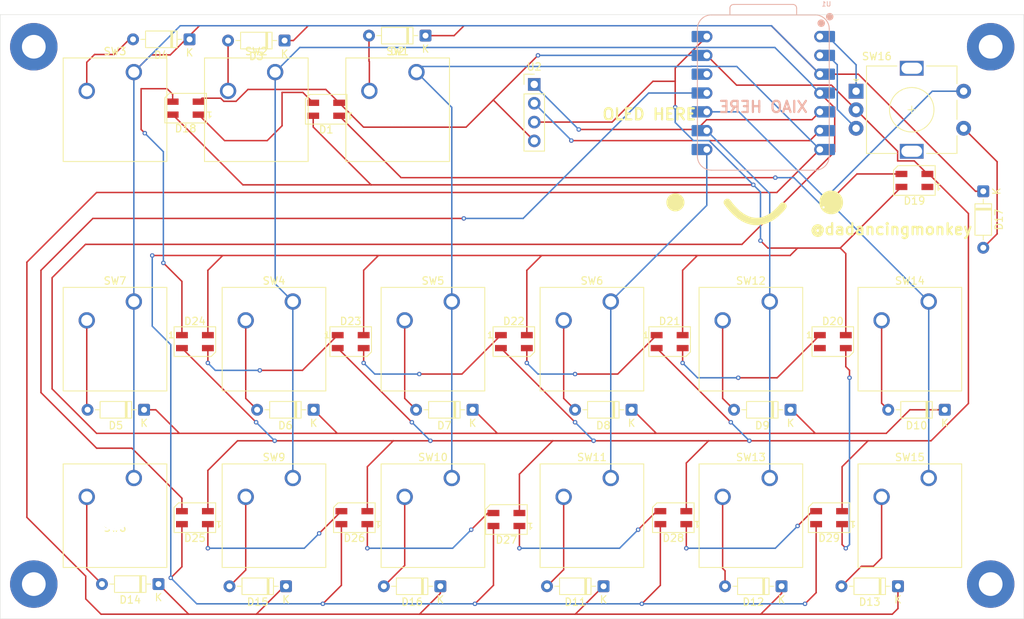
<source format=kicad_pcb>
(kicad_pcb (version 20241229) (generator "pcbnew") (generator_version "9.0")
  (layers (0 "F.Cu" signal) (2 "B.Cu" signal) (13 "F.Paste" user) (15 "B.Paste" user) (5 "F.SilkS" user "F.Silkscreen") (7 "B.SilkS" user "B.Silkscreen") (1 "F.Mask" user) (3 "B.Mask" user) (25 "Edge.Cuts" user))
  (net 0 "")
  (net 1 "Net-(D1-DOUT)")
  (net 2 "VCC")
  (net 3 "Net-(D1-DIN)")
  (net 4 "GND")
  (net 5 "col1")
  (net 6 "Net-(D2-A)")
  (net 7 "Net-(D3-A)")
  (net 8 "Net-(D4-A)")
  (net 9 "col2")
  (net 10 "Net-(D5-A)")
  (net 11 "Net-(D6-A)")
  (net 12 "Net-(D7-A)")
  (net 13 "Net-(D8-A)")
  (net 14 "Net-(D9-A)")
  (net 15 "Net-(D10-A)")
  (net 16 "Net-(D11-A)")
  (net 17 "col3")
  (net 18 "Net-(D12-A)")
  (net 19 "Net-(D13-A)")
  (net 20 "Net-(D14-A)")
  (net 21 "Net-(D15-A)")
  (net 22 "Net-(D16-A)")
  (net 23 "Net-(D17-A)")
  (net 24 "Net-(D18-DIN)")
  (net 26 "Net-(D20-DIN)")
  (net 27 "Net-(D20-DOUT)")
  (net 28 "Net-(D21-DOUT)")
  (net 29 "Net-(D22-DOUT)")
  (net 30 "Net-(D23-DOUT)")
  (net 31 "Net-(D25-DOUT)")
  (net 32 "led")
  (net 33 "Net-(D26-DOUT)")
  (net 34 "Net-(D27-DOUT)")
  (net 35 "Net-(D28-DOUT)")
  (net 36 "col4")
  (net 37 "col5")
  (net 38 "col6")
  (net 39 "rotB")
  (net 40 "rotA")
  (net 43 "SCL")
  (net 44 "SDA")
  (footprint "Button_Switch_Keyboard:SW_Cherry_MX_1.00u_PCB" (layer "F.Cu") (at 155.78375 116.68875)
    (property "Reference" "SW11")
    (property "Value" "SW_Push")
  )
  (footprint "LED_SMD:LED_SK6812MINI_PLCC4_3.5x3.5mm_P1.75mm" (layer "F.Cu") (at 163.71875 98.2875)
    (property "Reference" "D21")
    (property "Value" "SK6812MINI")
  )
  (footprint "Button_Switch_Keyboard:SW_Cherry_MX_1.00u_PCB" (layer "F.Cu") (at 112.92125 92.87625)
    (property "Reference" "SW4")
    (property "Value" "SW_Push")
  )
  (footprint "Button_Switch_Keyboard:SW_Cherry_MX_1.00u_PCB" (layer "F.Cu") (at 134.3525 92.87625)
    (property "Reference" "SW5")
    (property "Value" "SW_Push")
  )
  (footprint "LED_SMD:LED_SK6812MINI_PLCC4_3.5x3.5mm_P1.75mm" (layer "F.Cu") (at 164.21875 122.0375 180)
    (property "Reference" "D28")
    (property "Value" "SK6812MINI")
  )
  (footprint "Diode_THT:D_DO-35_SOD27_P7.62mm_Horizontal" (layer "F.Cu") (at 194.5 131.29375 180)
    (property "Reference" "D13")
    (property "Value" "1N4148WT")
  )
  (footprint "LED_SMD:LED_SK6812MINI_PLCC4_3.5x3.5mm_P1.75mm" (layer "F.Cu") (at 121.21875 122.0375 180)
    (property "Reference" "D26")
    (property "Value" "SK6812MINI")
  )
  (footprint "Button_Switch_Keyboard:SW_Cherry_MX_1.00u_PCB" (layer "F.Cu") (at 129.59 61.92)
    (property "Reference" "SW1")
    (property "Value" "SW_Push")
  )
  (footprint "LED_SMD:LED_SK6812MINI_PLCC4_3.5x3.5mm_P1.75mm" (layer "F.Cu") (at 185.21875 122.0375 180)
    (property "Reference" "D29")
    (property "Value" "SK6812MINI")
  )
  (footprint "Diode_THT:D_DO-35_SOD27_P7.62mm_Horizontal" (layer "F.Cu") (at 115.72875 107.48125 180)
    (property "Reference" "D6")
    (property "Value" "1N4148WT")
  )
  (footprint "Button_Switch_Keyboard:SW_Cherry_MX_1.00u_PCB" (layer "F.Cu") (at 91.49 116.68875)
    (property "Reference" "SW8")
    (property "Value" "SW_Push")
  )
  (footprint "Button_Switch_Keyboard:SW_Cherry_MX_1.00u_PCB" (layer "F.Cu") (at 110.54 61.92)
    (property "Reference" "SW2")
    (property "Value" "SW_Push")
  )
  (footprint "Button_Switch_Keyboard:SW_Cherry_MX_1.00u_PCB" (layer "F.Cu") (at 91.49 61.92)
    (property "Reference" "SW3")
    (property "Value" "SW_Push")
  )
  (footprint "Button_Switch_Keyboard:SW_Cherry_MX_1.00u_PCB" (layer "F.Cu") (at 112.92125 116.68875)
    (property "Reference" "SW9")
    (property "Value" "SW_Push")
  )
  (footprint "Diode_THT:D_DO-35_SOD27_P7.62mm_Horizontal" (layer "F.Cu") (at 200.81 107.48125 180)
    (property "Reference" "D10")
    (property "Value" "1N4148WT")
  )
  (footprint "Diode_THT:D_DO-35_SOD27_P7.62mm_Horizontal" (layer "F.Cu") (at 178.81 131.29375 180)
    (property "Reference" "D12")
    (property "Value" "1N4148WT")
  )
  (footprint "" (layer "F.Cu") (at 207 58.5)
    (property "Reference" "")
    (property "Value" "")
  )
  (footprint "Diode_THT:D_DO-35_SOD27_P7.62mm_Horizontal" (layer "F.Cu") (at 94.81 131 180)
    (property "Reference" "D14")
    (property "Value" "1N4148WT")
  )
  (footprint "Diode_THT:D_DO-35_SOD27_P7.62mm_Horizontal" (layer "F.Cu") (at 132.81 131.29375 180)
    (property "Reference" "D16")
    (property "Value" "1N4148WT")
  )
  (footprint "Button_Switch_Keyboard:SW_Cherry_MX_1.00u_PCB" (layer "F.Cu") (at 198.64625 92.87625)
    (property "Reference" "SW14")
    (property "Value" "SW_Push")
  )
  (footprint "LED_SMD:LED_SK6812MINI_PLCC4_3.5x3.5mm_P1.75mm" (layer "F.Cu") (at 99.71875 98.2875)
    (property "Reference" "D24")
    (property "Value" "SK6812MINI")
  )
  (footprint "LED_SMD:LED_SK6812MINI_PLCC4_3.5x3.5mm_P1.75mm" (layer "F.Cu") (at 117.41875 66.9375 180)
    (property "Reference" "D1")
    (property "Value" "SK6812MINI")
  )
  (footprint "Diode_THT:D_DO-35_SOD27_P7.62mm_Horizontal" (layer "F.Cu") (at 130.81 57 180)
    (property "Reference" "D2")
    (property "Value" "1N4148WT")
  )
  (footprint "Diode_THT:D_DO-35_SOD27_P7.62mm_Horizontal" (layer "F.Cu") (at 112 131.29375 180)
    (property "Reference" "D15")
    (property "Value" "1N4148WT")
  )
  (footprint "Connector_PinHeader_2.54mm:PinHeader_1x04_P2.54mm_Vertical" (layer "F.Cu") (at 145.46875 63.5825)
    (property "Reference" "U2")
    (property "Value" "~")
  )
  (footprint "LED_SMD:LED_SK6812MINI_PLCC4_3.5x3.5mm_P1.75mm" (layer "F.Cu") (at 142.71875 98.2875)
    (property "Reference" "D22")
    (property "Value" "SK6812MINI")
  )
  (footprint "LED_SMD:LED_SK6812MINI_PLCC4_3.5x3.5mm_P1.75mm" (layer "F.Cu") (at 98.46875 66.7875 180)
    (property "Reference" "D18")
    (property "Value" "SK6812MINI")
  )
  (footprint "LED_SMD:LED_SK6812MINI_PLCC4_3.5x3.5mm_P1.75mm" (layer "F.Cu") (at 196.71875 76.5375 180)
    (property "Reference" "D19")
    (property "Value" "SK6812MINI")
  )
  (footprint "LED_SMD:LED_SK6812MINI_PLCC4_3.5x3.5mm_P1.75mm" (layer "F.Cu") (at 99.71875 122.0375 180)
    (property "Reference" "D25")
    (property "Value" "SK6812MINI")
  )
  (footprint "Diode_THT:D_DO-35_SOD27_P7.62mm_Horizontal" (layer "F.Cu") (at 92.86875 107.48125 180)
    (property "Reference" "D5")
    (property "Value" "1N4148WT")
  )
  (footprint "Button_Switch_Keyboard:SW_Cherry_MX_1.00u_PCB" (layer "F.Cu") (at 198.64625 116.68875)
    (property "Reference" "SW15")
    (property "Value" "SW_Push")
  )
  (footprint "Rotary_Encoder:RotaryEncoder_Alps_EC11E-Switch_Vertical_H20mm" (layer "F.Cu") (at 188.85625 64.5)
    (property "Reference" "SW16")
    (property "Value" "RotaryEncoder_Switch")
  )
  (footprint "Button_Switch_Keyboard:SW_Cherry_MX_1.00u_PCB" (layer "F.Cu") (at 91.49 92.87625)
    (property "Reference" "SW7")
    (property "Value" "SW_Push")
  )
  (footprint "LED_SMD:LED_SK6812MINI_PLCC4_3.5x3.5mm_P1.75mm" (layer "F.Cu") (at 120.71875 98.2875)
    (property "Reference" "D23")
    (property "Value" "SK6812MINI")
  )
  (footprint "Diode_THT:D_DO-35_SOD27_P7.62mm_Horizontal" (layer "F.Cu") (at 206 78 -90)
    (property "Reference" "D17")
    (property "Value" "1N4148WT")
  )
  (footprint "Button_Switch_Keyboard:SW_Cherry_MX_1.00u_PCB" (layer "F.Cu") (at 177.215 92.87625)
    (property "Reference" "SW12")
    (property "Value" "SW_Push")
  )
  (footprint "Button_Switch_Keyboard:SW_Cherry_MX_1.00u_PCB" (layer "F.Cu") (at 177.215 116.68875)
    (property "Reference" "SW13")
    (property "Value" "SW_Push")
  )
  (footprint "" (layer "F.Cu") (at 78 58.5)
    (property "Reference" "")
    (property "Value" "")
  )
  (footprint "LED_SMD:LED_SK6812MINI_PLCC4_3.5x3.5mm_P1.75mm" (layer "F.Cu") (at 185.71875 98.2875)
    (property "Reference" "D20")
    (property "Value" "SK6812MINI")
  )
  (footprint "Diode_THT:D_DO-35_SOD27_P7.62mm_Horizontal" (layer "F.Cu") (at 111.81 57.6625 180)
    (property "Reference" "D3")
    (property "Value" "1N4148WT")
  )
  (footprint "LED_SMD:LED_SK6812MINI_PLCC4_3.5x3.5mm_P1.75mm" (layer "F.Cu") (at 141.71875 122.2875 180)
    (property "Reference" "D27")
    (property "Value" "SK6812MINI")
  )
  (footprint "Diode_THT:D_DO-35_SOD27_P7.62mm_Horizontal" (layer "F.Cu") (at 137.16 107.48125 180)
    (property "Reference" "D7")
    (property "Value" "1N4148WT")
  )
  (footprint "" (layer "F.Cu") (at 78 131)
    (property "Reference" "")
    (property "Value" "")
  )
  (footprint "Diode_THT:D_DO-35_SOD27_P7.62mm_Horizontal" (layer "F.Cu") (at 158.59125 107.48125 180)
    (property "Reference" "D8")
    (property "Value" "1N4148WT")
  )
  (footprint "Diode_THT:D_DO-35_SOD27_P7.62mm_Horizontal" (layer "F.Cu") (at 99 57.5 180)
    (property "Reference" "D4")
    (property "Value" "1N4148WT")
  )
  (footprint "" (layer "F.Cu") (at 207 131)
    (property "Reference" "")
    (property "Value" "")
  )
  (footprint "Diode_THT:D_DO-35_SOD27_P7.62mm_Horizontal" (layer "F.Cu") (at 154.81 131.29375 180)
    (property "Reference" "D11")
    (property "Value" "1N4148WT")
  )
  (footprint "Button_Switch_Keyboard:SW_Cherry_MX_1.00u_PCB" (layer "F.Cu") (at 155.78375 92.87625)
    (property "Reference" "SW6")
    (property "Value" "SW_Push")
  )
  (footprint "Button_Switch_Keyboard:SW_Cherry_MX_1.00u_PCB" (layer "F.Cu") (at 134.3525 116.68875)
    (property "Reference" "SW10")
    (property "Value" "SW_Push")
  )
  (footprint "Diode_THT:D_DO-35_SOD27_P7.62mm_Horizontal" (layer "F.Cu") (at 180.0225 107.48125 180)
    (property "Reference" "D9")
    (property "Value" "1N4148WT")
  )
  (footprint "opl_lairbaeryeabr footpeo:XIAO-RP2040-DIP" (layer "B.Cu") (at 176.34875 64.7425 180)
    (property "Reference" "U1")
    (property "Value" "XIAO-RP2040-DIP")
  )
  (gr_curve (pts (xy 179 80) (xy 179 80) (xy 179 80) (xy 179 80)) (stroke (width 0.2)) (layer "F.Cu"))
  (gr_circle (center 185.5 79.5) (end 187 79.5) (stroke (width 0.2)) (fill yes) (layer "F.SilkS"))
  (gr_circle (center 164.5 79.5) (end 165 80.5) (stroke (width 0.2)) (fill yes) (layer "F.SilkS"))
  (gr_curve (pts (xy 171.5 79.5) (xy 175.5 85) (xy 179 80) (xy 179 80)) (stroke (width 1)) (layer "F.SilkS"))
  (gr_rect (start 73.46875 54.1625) (end 211.46875 135.6625) (stroke (width 0.05)) (fill no) (layer "Edge.Cuts"))
  (gr_text "@dadancingmonkey" (at 182.5 84 0) (layer "F.SilkS") (effects (font (size 1.5 1.5) (thickness 0.3) (bold yes)) (justify left bottom)))
  (gr_text "OLED HERE" (at 154.5 68.5 0) (layer "F.SilkS") (effects (font (size 1.5 1.5) (thickness 0.3) (bold yes)) (justify left bottom)))
  (gr_text "XIAO HERE" (at 182.5 67.5 0) (layer "B.SilkS") (effects (font (size 1.5 1.5) (thickness 0.3) (bold yes)) (justify left bottom mirror)))
  (segment (start 127.51875 76.1625) (end 177.96875 76.1625) (width 0.2) (layer "F.Cu") (net 1))
  (segment (start 188.96875 75.6625) (end 194.96875 75.6625) (width 0.2) (layer "F.Cu") (net 1))
  (segment (start 119.16875 67.8125) (end 127.51875 76.1625) (width 0.2) (layer "F.Cu") (net 1))
  (segment (start 184.46875 80.1625) (end 188.96875 75.6625) (width 0.2) (layer "F.Cu") (net 1))
  (via (at 177.96875 76.1625) (size 0.6) (drill 0.3) (layers "F.Cu" "B.Cu") (net 1))
  (via (at 184.46875 80.1625) (size 0.6) (drill 0.3) (layers "F.Cu" "B.Cu") (net 1))
  (segment (start 177.96875 76.1625) (end 180.46875 76.1625) (width 0.2) (layer "B.Cu") (net 1))
  (segment (start 180.46875 76.1625) (end 184.46875 80.1625) (width 0.2) (layer "B.Cu") (net 1))
  (segment (start 194.96875 77.4125) (end 186.71875 85.6625) (width 0.2) (layer "F.Cu") (net 2))
  (segment (start 162.46875 122.9125) (end 162.46875 131.1625) (width 0.2) (layer "F.Cu") (net 2))
  (segment (start 167.46875 86.6625) (end 179.96875 86.6625) (width 0.2) (layer "F.Cu") (net 2))
  (segment (start 144.46875 97.4125) (end 144.46875 88.6625) (width 0.2) (layer "F.Cu") (net 2))
  (segment (start 164.46875 61.3825) (end 168.72875 57.1225) (width 0.2) (layer "F.Cu") (net 2))
  (segment (start 119.46875 131.1625) (end 116.96875 133.6625) (width 0.2) (layer "F.Cu") (net 2))
  (segment (start 165.46875 88.6625) (end 167.46875 86.6625) (width 0.2) (layer "F.Cu") (net 2))
  (segment (start 164.46875 66.6625) (end 164.46875 63.1625) (width 0.2) (layer "F.Cu") (net 2))
  (segment (start 180.96875 85.6625) (end 176.96875 85.6625) (width 0.2) (layer "F.Cu") (net 2))
  (segment (start 165.46875 97.4125) (end 165.46875 88.6625) (width 0.2) (layer "F.Cu") (net 2))
  (segment (start 187.46875 86.4125) (end 186.71875 85.6625) (width 0.2) (layer "F.Cu") (net 2))
  (segment (start 186.71875 85.6625) (end 180.96875 85.6625) (width 0.2) (layer "F.Cu") (net 2))
  (segment (start 176.96875 85.6625) (end 175.96875 84.6625) (width 0.2) (layer "F.Cu") (net 2))
  (segment (start 106.187095 77.130845) (end 123.46875 77.130845) (width 0.2) (layer "F.Cu") (net 2))
  (segment (start 101.46875 88.6625) (end 103.46875 86.6625) (width 0.2) (layer "F.Cu") (net 2))
  (segment (start 139.96875 123.1625) (end 139.96875 131.1625) (width 0.2) (layer "F.Cu") (net 2))
  (segment (start 97.96875 122.9125) (end 97.96875 128.6625) (width 0.2) (layer "F.Cu") (net 2))
  (segment (start 155.96875 68.6625) (end 161.46875 63.1625) (width 0.2) (layer "F.Cu") (net 2))
  (segment (start 167.46875 86.6625) (end 146.46875 86.6625) (width 0.2) (layer "F.Cu") (net 2))
  (segment (start 122.46875 88.6625) (end 124.46875 86.6625) (width 0.2) (layer "F.Cu") (net 2))
  (segment (start 183.46875 132.1625) (end 181.96875 133.6625) (width 0.2) (layer "F.Cu") (net 2))
  (segment (start 122.46875 97.4125) (end 122.46875 88.6625) (width 0.2) (layer "F.Cu") (net 2))
  (segment (start 146.46875 86.6625) (end 124.46875 86.6625) (width 0.2) (layer "F.Cu") (net 2))
  (segment (start 161.46875 63.1625) (end 164.46875 63.1625) (width 0.2) (layer "F.Cu") (net 2))
  (segment (start 101.46875 97.4125) (end 101.46875 88.6625) (width 0.2) (layer "F.Cu") (net 2))
  (segment (start 183.46875 122.9125) (end 183.46875 132.1625) (width 0.2) (layer "F.Cu") (net 2))
  (segment (start 144.46875 88.6625) (end 146.46875 86.6625) (width 0.2) (layer "F.Cu") (net 2))
  (segment (start 124.46875 86.6625) (end 103.46875 86.6625) (width 0.2) (layer "F.Cu") (net 2))
  (segment (start 115.66875 69.330845) (end 123.46875 77.130845) (width 0.2) (layer "F.Cu") (net 2))
  (segment (start 97.96875 128.6625) (end 96.46875 130.1625) (width 0.2) (layer "F.Cu") (net 2))
  (segment (start 139.96875 131.1625) (end 137.46875 133.6625) (width 0.2) (layer "F.Cu") (net 2))
  (segment (start 115.66875 67.8125) (end 115.66875 69.330845) (width 0.2) (layer "F.Cu") (net 2))
  (segment (start 162.46875 131.1625) (end 159.96875 133.6625) (width 0.2) (layer "F.Cu") (net 2))
  (segment (start 164.46875 63.1625) (end 164.46875 61.3825) (width 0.2) (layer "F.Cu") (net 2))
  (segment (start 145.46875 68.6625) (end 155.96875 68.6625) (width 0.2) (layer "F.Cu") (net 2))
  (segment (start 119.46875 122.9125) (end 119.46875 131.1625) (width 0.2) (layer "F.Cu") (net 2))
  (segment (start 103.46875 86.6625) (end 93.96875 86.6625) (width 0.2) (layer "F.Cu") (net 2))
  (segment (start 187.46875 97.4125) (end 187.46875 86.4125) (width 0.2) (layer "F.Cu") (net 2))
  (segment (start 96.71875 67.6625) (end 106.187095 77.130845) (width 0.2) (layer "F.Cu") (net 2))
  (segment (start 123.46875 77.130845) (end 175.000405 77.130845) (width 0.2) (layer "F.Cu") (net 2))
  (segment (start 179.96875 86.6625) (end 180.96875 85.6625) (width 0.2) (layer "F.Cu") (net 2))
  (via (at 181.96875 133.6625) (size 0.6) (drill 0.3) (layers "F.Cu" "B.Cu") (net 2))
  (via (at 159.96875 133.6625) (size 0.6) (drill 0.3) (layers "F.Cu" "B.Cu") (net 2))
  (via (at 137.46875 133.6625) (size 0.6) (drill 0.3) (layers "F.Cu" "B.Cu") (net 2))
  (via (at 116.96875 133.6625) (size 0.6) (drill 0.3) (layers "F.Cu" "B.Cu") (net 2))
  (via (at 96.46875 130.1625) (size 0.6) (drill 0.3) (layers "F.Cu" "B.Cu") (net 2))
  (via (at 175.000405 77.130845) (size 0.6) (drill 0.3) (layers "F.Cu" "B.Cu") (net 2))
  (via (at 164.46875 66.6625) (size 0.6) (drill 0.3) (layers "F.Cu" "B.Cu") (net 2))
  (via (at 175.96875 84.6625) (size 0.6) (drill 0.3) (layers "F.Cu" "B.Cu") (net 2))
  (via (at 93.96875 86.6625) (size 0.6) (drill 0.3) (layers "F.Cu" "B.Cu") (net 2))
  (segment (start 116.96875 133.6625) (end 137.46875 133.6625) (width 0.2) (layer "B.Cu") (net 2))
  (segment (start 96.46875 98.69653) (end 96.46875 130.1625) (width 0.2) (layer "B.Cu") (net 2))
  (segment (start 93.96875 86.6625) (end 93.96875 96.19653) (width 0.2) (layer "B.Cu") (net 2))
  (segment (start 96.46875 130.1625) (end 99.96875 133.6625) (width 0.2) (layer "B.Cu") (net 2))
  (segment (start 99.96875 133.6625) (end 116.96875 133.6625) (width 0.2) (layer "B.Cu") (net 2))
  (segment (start 159.96875 133.6625) (end 181.96875 133.6625) (width 0.2) (layer "B.Cu") (net 2))
  (segment (start 166.915124 71.1625) (end 164.46875 68.716126) (width 0.2) (layer "B.Cu") (net 2))
  (segment (start 93.96875 96.19653) (end 96.46875 98.69653) (width 0.2) (layer "B.Cu") (net 2))
  (segment (start 175.96875 84.6625) (end 175.96875 78.09919) (width 0.2) (layer "B.Cu") (net 2))
  (segment (start 137.46875 133.6625) (end 159.96875 133.6625) (width 0.2) (layer "B.Cu") (net 2))
  (segment (start 164.46875 68.716126) (end 164.46875 66.6625) (width 0.2) (layer "B.Cu") (net 2))
  (segment (start 175.96875 78.09919) (end 175.000405 77.130845) (width 0.2) (layer "B.Cu") (net 2))
  (segment (start 169.03206 71.1625) (end 166.915124 71.1625) (width 0.2) (layer "B.Cu") (net 2))
  (segment (start 175.000405 77.130845) (end 169.03206 71.1625) (width 0.2) (layer "B.Cu") (net 2))
  (segment (start 114.26875 64.6625) (end 115.66875 66.0625) (width 0.2) (layer "F.Cu") (net 3))
  (segment (start 111.46875 64.6625) (end 114.26875 64.6625) (width 0.2) (layer "F.Cu") (net 3))
  (segment (start 100.21875 67.6625) (end 103.71875 71.1625) (width 0.2) (layer "F.Cu") (net 3))
  (segment (start 103.71875 71.1625) (end 109.46875 71.1625) (width 0.2) (layer "F.Cu") (net 3))
  (segment (start 111.46875 69.1625) (end 111.46875 64.6625) (width 0.2) (layer "F.Cu") (net 3))
  (segment (start 109.46875 71.1625) (end 111.46875 69.1625) (width 0.2) (layer "F.Cu") (net 3))
  (segment (start 119.16875 66.0625) (end 122.45725 69.351) (width 0.2) (layer "F.Cu") (net 4))
  (segment (start 185.53575 63.6795) (end 172.74575 63.6795) (width 0.2) (layer "F.Cu") (net 4))
  (segment (start 105.46875 111.6625) (end 110.46875 111.6625) (width 0.2) (layer "F.Cu") (net 4))
  (segment (start 186.96875 121.1625) (end 186.96875 115.1625) (width 0.2) (layer "F.Cu") (net 4))
  (segment (start 122.96875 115.1625) (end 126.46875 111.6625) (width 0.2) (layer "F.Cu") (net 4))
  (segment (start 194.45525 73.901) (end 194.45525 72.599) (width 0.2) (layer "F.Cu") (net 4))
  (segment (start 110.46875 111.6625) (end 126.46875 111.6625) (width 0.2) (layer "F.Cu") (net 4))
  (segment (start 186.96875 115.1625) (end 190.46875 111.6625) (width 0.2) (layer "F.Cu") (net 4))
  (segment (start 194.45525 72.599) (end 188.85625 67) (width 0.2) (layer "F.Cu") (net 4))
  (segment (start 165.96875 114.6625) (end 168.96875 111.6625) (width 0.2) (layer "F.Cu") (net 4))
  (segment (start 153.46875 111.6625) (end 168.96875 111.6625) (width 0.2) (layer "F.Cu") (net 4))
  (segment (start 198.46875 75.6625) (end 196.70725 73.901) (width 0.2) (layer "F.Cu") (net 4))
  (segment (start 145.46875 71.2025) (end 139.96875 65.7025) (width 0.2) (layer "F.Cu") (net 4))
  (segment (start 122.96875 121.1625) (end 122.96875 115.1625) (width 0.2) (layer "F.Cu") (net 4))
  (segment (start 140.96875 99.1625) (end 150.96875 109.1625) (width 0.2) (layer "F.Cu") (net 4))
  (segment (start 101.46875 115.6625) (end 105.46875 111.6625) (width 0.2) (layer "F.Cu") (net 4))
  (segment (start 106.86975 64.2615) (end 117.36775 64.2615) (width 0.2) (layer "F.Cu") (net 4))
  (segment (start 118.96875 99.1625) (end 128.96875 109.1625) (width 0.2) (layer "F.Cu") (net 4))
  (segment (start 139.96875 65.6625) (end 145.96875 59.6625) (width 0.2) (layer "F.Cu") (net 4))
  (segment (start 188.85625 67) (end 185.53575 63.6795) (width 0.2) (layer "F.Cu") (net 4))
  (segment (start 139.96875 65.7025) (end 139.96875 65.6625) (width 0.2) (layer "F.Cu") (net 4))
  (segment (start 190.46875 111.6625) (end 198.96875 111.6625) (width 0.2) (layer "F.Cu") (net 4))
  (segment (start 143.46875 121.4125) (end 143.46875 116.1625) (width 0.2) (layer "F.Cu") (net 4))
  (segment (start 136.28025 69.351) (end 139.96875 65.6625) (width 0.2) (layer "F.Cu") (net 4))
  (segment (start 101.46875 121.1625) (end 101.46875 115.6625) (width 0.2) (layer "F.Cu") (net 4))
  (segment (start 143.46875 116.1625) (end 147.96875 111.6625) (width 0.2) (layer "F.Cu") (net 4))
  (segment (start 100.689968 65.441282) (end 103.189968 65.441282) (width 0.2) (layer "F.Cu") (net 4))
  (segment (start 198.6625 75.6625) (end 198.46875 75.6625) (width 0.2) (layer "F.Cu") (net 4))
  (segment (start 105.27025 65.861) (end 106.86975 64.2615) (width 0.2) (layer "F.Cu") (net 4))
  (segment (start 165.96875 121.1625) (end 165.96875 114.6625) (width 0.2) (layer "F.Cu") (net 4))
  (segment (start 103.609686 65.861) (end 105.27025 65.861) (width 0.2) (layer "F.Cu") (net 4))
  (segment (start 204 81) (end 198.6625 75.6625) (width 0.2) (layer "F.Cu") (net 4))
  (segment (start 174.46875 111.6625) (end 190.46875 111.6625) (width 0.2) (layer "F.Cu") (net 4))
  (segment (start 147.96875 111.6625) (end 153.46875 111.6625) (width 0.2) (layer "F.Cu") (net 4))
  (segment (start 126.46875 111.6625) (end 131.46875 111.6625) (width 0.2) (layer "F.Cu") (net 4))
  (segment (start 100.21875 65.9125) (end 100.689968 65.441282) (width 0.2) (layer "F.Cu") (net 4))
  (segment (start 161.96875 99.1625) (end 171.96875 109.1625) (width 0.2) (layer "F.Cu") (net 4))
  (segment (start 97.96875 99.1625) (end 107.96875 109.1625) (width 0.2) (layer "F.Cu") (net 4))
  (segment (start 117.36775 64.2615) (end 119.16875 66.0625) (width 0.2) (layer "F.Cu") (net 4))
  (segment (start 172.74575 63.6795) (end 168.72875 59.6625) (width 0.2) (layer "F.Cu") (net 4))
  (segment (start 196.70725 73.901) (end 194.45525 73.901) (width 0.2) (layer "F.Cu") (net 4))
  (segment (start 198.96875 111.6625) (end 204 106.63125) (width 0.2) (layer "F.Cu") (net 4))
  (segment (start 103.189968 65.441282) (end 103.609686 65.861) (width 0.2) (layer "F.Cu") (net 4))
  (segment (start 204 106.63125) (end 204 81) (width 0.2) (layer "F.Cu") (net 4))
  (segment (start 122.45725 69.351) (end 136.28025 69.351) (width 0.2) (layer "F.Cu") (net 4))
  (segment (start 131.46875 111.6625) (end 147.96875 111.6625) (width 0.2) (layer "F.Cu") (net 4))
  (segment (start 168.96875 111.6625) (end 174.46875 111.6625) (width 0.2) (layer "F.Cu") (net 4))
  (via (at 110.46875 111.6625) (size 0.6) (drill 0.3) (layers "F.Cu" "B.Cu") (net 4))
  (via (at 153.46875 111.6625) (size 0.6) (drill 0.3) (layers "F.Cu" "B.Cu") (net 4))
  (via (at 174.46875 111.6625) (size 0.6) (drill 0.3) (layers "F.Cu" "B.Cu") (net 4))
  (via (at 145.96875 59.6625) (size 0.6) (drill 0.3) (layers "F.Cu" "B.Cu") (net 4))
  (via (at 150.96875 109.1625) (size 0.6) (drill 0.3) (layers "F.Cu" "B.Cu") (net 4))
  (via (at 131.46875 111.6625) (size 0.6) (drill 0.3) (layers "F.Cu" "B.Cu") (net 4))
  (via (at 171.96875 109.1625) (size 0.6) (drill 0.3) (layers "F.Cu" "B.Cu") (net 4))
  (via (at 128.96875 109.1625) (size 0.6) (drill 0.3) (layers "F.Cu" "B.Cu") (net 4))
  (via (at 107.96875 109.1625) (size 0.6) (drill 0.3) (layers "F.Cu" "B.Cu") (net 4))
  (segment (start 171.96875 109.1625) (end 174.46875 111.6625) (width 0.2) (layer "B.Cu") (net 4))
  (segment (start 107.96875 109.1625) (end 110.46875 111.6625) (width 0.2) (layer "B.Cu") (net 4))
  (segment (start 145.96875 59.6625) (end 167.89375 59.6625) (width 0.2) (layer "B.Cu") (net 4))
  (segment (start 150.96875 109.1625) (end 153.46875 111.6625) (width 0.2) (layer "B.Cu") (net 4))
  (segment (start 128.96875 109.1625) (end 131.46875 111.6625) (width 0.2) (layer "B.Cu") (net 4))
  (segment (start 115 55.6625) (end 136 55.6625) (width 0.2) (layer "F.Cu") (net 5))
  (segment (start 136 55.6625) (end 177.42875 55.6625) (width 0.2) (layer "F.Cu") (net 5))
  (segment (start 134.6625 57) (end 136 55.6625) (width 0.2) (layer "F.Cu") (net 5))
  (segment (start 130.81 57) (end 134.6625 57) (width 0.2) (layer "F.Cu") (net 5))
  (segment (start 93.81 59.6) (end 96.4 59.6) (width 0.2) (layer "F.Cu") (net 5))
  (segment (start 98.5 57.5) (end 99 57.5) (width 0.2) (layer "F.Cu") (net 5))
  (segment (start 204.95825 78) (end 189.16075 62.2025) (width 0.2) (layer "F.Cu") (net 5))
  (segment (start 111.81 57.6625) (end 113 57.6625) (width 0.2) (layer "F.Cu") (net 5))
  (segment (start 91.49 61.92) (end 93.81 59.6) (width 0.2) (layer "F.Cu") (net 5))
  (segment (start 177.42875 55.6625) (end 183.96875 62.2025) (width 0.2) (layer "F.Cu") (net 5))
  (segment (start 100.3375 55.6625) (end 115 55.6625) (width 0.2) (layer "F.Cu") (net 5))
  (segment (start 189.16075 62.2025) (end 183.96875 62.2025) (width 0.2) (layer "F.Cu") (net 5))
  (segment (start 113 57.6625) (end 115 55.6625) (width 0.2) (layer "F.Cu") (net 5))
  (segment (start 206 78) (end 204.95825 78) (width 0.2) (layer "F.Cu") (net 5))
  (segment (start 96.4 59.6) (end 98.5 57.5) (width 0.2) (layer "F.Cu") (net 5))
  (segment (start 99 57) (end 100.3375 55.6625) (width 0.2) (layer "F.Cu") (net 5))
  (segment (start 99 57.5) (end 99 57) (width 0.2) (layer "F.Cu") (net 5))
  (segment (start 91.49 92.87625) (end 91.49 61.92) (width 0.2) (layer "B.Cu") (net 5))
  (segment (start 177.46875 55.6625) (end 177.46875 55.7025) (width 0.2) (layer "B.Cu") (net 5))
  (segment (start 97.7475 55.6625) (end 177.46875 55.6625) (width 0.2) (layer "B.Cu") (net 5))
  (segment (start 177.46875 55.7025) (end 183.96875 62.2025) (width 0.2) (layer "B.Cu") (net 5))
  (segment (start 91.49 116.68875) (end 91.49 92.87625) (width 0.2) (layer "B.Cu") (net 5))
  (segment (start 91.49 61.92) (end 97.7475 55.6625) (width 0.2) (layer "B.Cu") (net 5))
  (segment (start 123.19 60.44125) (end 123.19 57) (width 0.2) (layer "F.Cu") (net 6))
  (segment (start 123.24 60.49125) (end 123.19 60.44125) (width 0.2) (layer "F.Cu") (net 6))
  (segment (start 123.24 64.46) (end 123.24 60.49125) (width 0.2) (layer "F.Cu") (net 6))
  (segment (start 104.19 57.6625) (end 104.19 64.46) (width 0.2) (layer "F.Cu") (net 7))
  (segment (start 85.14 64.46) (end 85.14 60.59125) (width 0.2) (layer "F.Cu") (net 8))
  (segment (start 85.14 60.59125) (end 86.19 59.54125) (width 0.2) (layer "F.Cu") (net 8))
  (segment (start 90.88 57.5) (end 91.38 57.5) (width 0.2) (layer "F.Cu") (net 8))
  (segment (start 86.19 59.54125) (end 88.83875 59.54125) (width 0.2) (layer "F.Cu") (net 8))
  (segment (start 88.83875 59.54125) (end 90.88 57.5) (width 0.2) (layer "F.Cu") (net 8))
  (segment (start 196.10625 107.48125) (end 192.925 110.6625) (width 0.2) (layer "F.Cu") (net 9))
  (segment (start 115.72875 107.48125) (end 118.91 110.6625) (width 0.2) (layer "F.Cu") (net 9))
  (segment (start 86.46875 110.6625) (end 80.46875 104.6625) (width 0.2) (layer "F.Cu") (net 9))
  (segment (start 185.96875 72.6625) (end 185.96875 66.6625) (width 0.2) (layer "F.Cu") (net 9))
  (segment (start 80.46875 104.6625) (end 80.46875 89.6625) (width 0.2) (layer "F.Cu") (net 9))
  (segment (start 140.49375 110.6625) (end 161.925 110.6625) (width 0.2) (layer "F.Cu") (net 9))
  (segment (start 94.45 107.48125) (end 97.63125 110.6625) (width 0.2) (layer "F.Cu") (net 9))
  (segment (start 200.81 107.48125) (end 196.10625 107.48125) (width 0.2) (layer "F.Cu") (net 9))
  (segment (start 92.86875 107.48125) (end 94.45 107.48125) (width 0.2) (layer "F.Cu") (net 9))
  (segment (start 97.63125 110.6625) (end 118.91 110.6625) (width 0.2) (layer "F.Cu") (net 9))
  (segment (start 86.46875 110.6625) (end 97.63125 110.6625) (width 0.2) (layer "F.Cu") (net 9))
  (segment (start 180.175 107.48125) (end 183.35625 110.6625) (width 0.2) (layer "F.Cu") (net 9))
  (segment (start 137.16 107.48125) (end 137.3125 107.48125) (width 0.2) (layer "F.Cu") (net 9))
  (segment (start 185.88875 66.6625) (end 183.96875 64.7425) (width 0.2) (layer "F.Cu") (net 9))
  (segment (start 158.74375 107.48125) (end 161.925 110.6625) (width 0.2) (layer "F.Cu") (net 9))
  (segment (start 84.96875 85.1625) (end 173.46875 85.1625) (width 0.2) (layer "F.Cu") (net 9))
  (segment (start 180.0225 107.48125) (end 180.175 107.48125) (width 0.2) (layer "F.Cu") (net 9))
  (segment (start 118.91 110.6625) (end 140.49375 110.6625) (width 0.2) (layer "F.Cu") (net 9))
  (segment (start 161.925 110.6625) (end 183.35625 110.6625) (width 0.2) (layer "F.Cu") (net 9))
  (segment (start 173.46875 85.1625) (end 185.96875 72.6625) (width 0.2) (layer "F.Cu") (net 9))
  (segment (start 158.59125 107.48125) (end 158.74375 107.48125) (width 0.2) (layer "F.Cu") (net 9))
  (segment (start 80.46875 89.6625) (end 84.96875 85.1625) (width 0.2) (layer "F.Cu") (net 9))
  (segment (start 192.925 110.6625) (end 183.35625 110.6625) (width 0.2) (layer "F.Cu") (net 9))
  (segment (start 185.96875 66.6625) (end 185.88875 66.6625) (width 0.2) (layer "F.Cu") (net 9))
  (segment (start 137.3125 107.48125) (end 140.49375 110.6625) (width 0.2) (layer "F.Cu") (net 9))
  (segment (start 112.92125 92.87625) (end 110.54 90.495) (width 0.2) (layer "B.Cu") (net 9))
  (segment (start 177.90575 58.5995) (end 182.90575 63.5995) (width 0.2) (layer "B.Cu") (net 9))
  (segment (start 182.90575 63.6795) (end 183.96875 64.7425) (width 0.2) (layer "B.Cu") (net 9))
  (segment (start 182.90575 63.5995) (end 182.90575 63.6795) (width 0.2) (layer "B.Cu") (net 9))
  (segment (start 110.54 90.495) (end 110.54 61.92) (width 0.2) (layer "B.Cu") (net 9))
  (segment (start 112.92125 116.68875) (end 112.92125 92.87625) (width 0.2) (layer "B.Cu") (net 9))
  (segment (start 113.8605 58.5995) (end 177.90575 58.5995) (width 0.2) (layer "B.Cu") (net 9))
  (segment (start 110.54 61.92) (end 113.8605 58.5995) (width 0.2) (layer "B.Cu") (net 9))
  (segment (start 85.14 107.3725) (end 85.24875 107.48125) (width 0.2) (layer "F.Cu") (net 10))
  (segment (start 85.14 95.41625) (end 85.14 107.3725) (width 0.2) (layer "F.Cu") (net 10))
  (segment (start 106.57125 105.94375) (end 106.57125 95.41625) (width 0.2) (layer "F.Cu") (net 11))
  (segment (start 108.10875 107.48125) (end 106.57125 105.94375) (width 0.2) (layer "F.Cu") (net 11))
  (segment (start 128.0025 95.41625) (end 128.0025 105.94375) (width 0.2) (layer "F.Cu") (net 12))
  (segment (start 128.0025 105.94375) (end 129.54 107.48125) (width 0.2) (layer "F.Cu") (net 12))
  (segment (start 149.43375 95.41625) (end 149.43375 105.94375) (width 0.2) (layer "F.Cu") (net 13))
  (segment (start 149.43375 105.94375) (end 150.97125 107.48125) (width 0.2) (layer "F.Cu") (net 13))
  (segment (start 170.865 95.41625) (end 170.865 105.94375) (width 0.2) (layer "F.Cu") (net 14))
  (segment (start 170.865 105.94375) (end 172.4025 107.48125) (width 0.2) (layer "F.Cu") (net 14))
  (segment (start 192.29625 95.41625) (end 192.29625 106.5875) (width 0.2) (layer "F.Cu") (net 15))
  (segment (start 192.29625 106.5875) (end 193.19 107.48125) (width 0.2) (layer "F.Cu") (net 15))
  (segment (start 149.43375 119.22875) (end 149.43375 129.05) (width 0.2) (layer "F.Cu") (net 16))
  (segment (start 149.43375 129.05) (end 147.19 131.29375) (width 0.2) (layer "F.Cu") (net 16))
  (segment (start 154.81 131.29375) (end 154.76775 131.29375) (width 0.2) (layer "F.Cu") (net 17))
  (segment (start 112 131.29375) (end 111.76775 131.29375) (width 0.2) (layer "F.Cu") (net 17))
  (segment (start 130 135.0615) (end 151 135.0615) (width 0.2) (layer "F.Cu") (net 17))
  (segment (start 94.81 131) (end 98.8715 135.0615) (width 0.2) (layer "F.Cu") (net 17))
  (segment (start 178.81 131.29375) (end 178.81 132.2515) (width 0.2) (layer "F.Cu") (net 17))
  (segment (start 194.5 131.29375) (end 194.5 134.3) (width 0.2) (layer "F.Cu") (net 17))
  (segment (start 194.5 134.3) (end 193.7385 135.0615) (width 0.2) (layer "F.Cu") (net 17))
  (segment (start 87.0615 135.0615) (end 85 133) (width 0.2) (layer "F.Cu") (net 17))
  (segment (start 111.76775 131.29375) (end 108 135.0615) (width 0.2) (layer "F.Cu") (net 17))
  (segment (start 85 133) (end 85 129.93025) (width 0.2) (layer "F.Cu") (net 17))
  (segment (start 108 135.0615) (end 98.8715 135.0615) (width 0.2) (layer "F.Cu") (net 17))
  (segment (start 85 129.93025) (end 77.06975 122) (width 0.2) (layer "F.Cu") (net 17))
  (segment (start 178.81 132.2515) (end 176 135.0615) (width 0.2) (layer "F.Cu") (net 17))
  (segment (start 77.06975 87.5615) (end 86.46875 78.1625) (width 0.2) (layer "F.Cu") (net 17))
  (segment (start 151 135.0615) (end 176 135.0615) (width 0.2) (layer "F.Cu") (net 17))
  (segment (start 193.7385 135.0615) (end 176 135.0615) (width 0.2) (layer "F.Cu") (net 17))
  (segment (start 154.76775 131.29375) (end 151 135.0615) (width 0.2) (layer "F.Cu") (net 17))
  (segment (start 87.0615 135.0615) (end 98.8715 135.0615) (width 0.2) (layer "F.Cu") (net 17))
  (segment (start 86.46875 78.1625) (end 178.16875 78.1625) (width 0.2) (layer "F.Cu") (net 17))
  (segment (start 108 135.0615) (end 130 135.0615) (width 0.2) (layer "F.Cu") (net 17))
  (segment (start 77.06975 122) (end 77.06975 87.5615) (width 0.2) (layer "F.Cu") (net 17))
  (segment (start 132.81 131.29375) (end 132.81 132.2515) (width 0.2) (layer "F.Cu") (net 17))
  (segment (start 178.16875 78.1625) (end 183.96875 72.3625) (width 0.2) (layer "F.Cu") (net 17))
  (segment (start 132.81 132.2515) (end 130 135.0615) (width 0.2) (layer "F.Cu") (net 17))
  (segment (start 172.76875 61.1625) (end 183.96875 72.3625) (width 0.2) (layer "B.Cu") (net 17))
  (segment (start 169.19206 61.1625) (end 172.76875 61.1625) (width 0.2) (layer "B.Cu") (net 17))
  (segment (start 130.3475 61.1625) (end 166.615124 61.1625) (width 0.2) (layer "B.Cu") (net 17))
  (segment (start 166.615124 61.1625) (end 166.638124 61.1395) (width 0.2) (layer "B.Cu") (net 17))
  (segment (start 134.3525 116.68875) (end 134.3525 92.87625) (width 0.2) (layer "B.Cu") (net 17))
  (segment (start 134.3525 92.87625) (end 134.3525 66.6825) (width 0.2) (layer "B.Cu") (net 17))
  (segment (start 166.638124 61.1395) (end 169.16906 61.1395) (width 0.2) (layer "B.Cu") (net 17))
  (segment (start 169.16906 61.1395) (end 169.19206 61.1625) (width 0.2) (layer "B.Cu") (net 17))
  (segment (start 129.59 61.92) (end 130.3475 61.1625) (width 0.2) (layer "B.Cu") (net 17))
  (segment (start 134.3525 66.6825) (end 129.59 61.92) (width 0.2) (layer "B.Cu") (net 17))
  (segment (start 170.865 119.22875) (end 170.865 128.88375) (width 0.2) (layer "F.Cu") (net 18))
  (segment (start 170.865 128.88375) (end 171.19 129.20875) (width 0.2) (layer "F.Cu") (net 18))
  (segment (start 171.19 129.20875) (end 171.19 131.29375) (width 0.2) (layer "F.Cu") (net 18))
  (segment (start 191.19 128.59) (end 189.58375 128.59) (width 0.2) (layer "F.Cu") (net 19))
  (segment (start 192.29625 127.48375) (end 191.19 128.59) (width 0.2) (layer "F.Cu") (net 19))
  (segment (start 192.29625 119.22875) (end 192.29625 127.48375) (width 0.2) (layer "F.Cu") (net 19))
  (segment (start 189.58375 128.59) (end 186.88 131.29375) (width 0.2) (layer "F.Cu") (net 19))
  (segment (start 85.14 128.95) (end 87.19 131) (width 0.2) (layer "F.Cu") (net 20))
  (segment (start 85.14 119.22875) (end 85.14 128.95) (width 0.2) (layer "F.Cu") (net 20))
  (segment (start 104.38 131.29375) (end 106.57125 129.1025) (width 0.2) (layer "F.Cu") (net 21))
  (segment (start 106.57125 129.1025) (end 106.57125 119.22875) (width 0.2) (layer "F.Cu") (net 21))
  (segment (start 125.19 131.29375) (end 128.0025 128.48125) (width 0.2) (layer "F.Cu") (net 22))
  (segment (start 128.0025 128.48125) (end 128.0025 119.22875) (width 0.2) (layer "F.Cu") (net 22))
  (segment (start 207.86775 83.75225) (end 206 85.62) (width 0.2) (layer "F.Cu") (net 23))
  (segment (start 203.35625 69.5) (end 207.86775 74.0115) (width 0.2) (layer "F.Cu") (net 23))
  (segment (start 207.86775 74.0115) (end 207.86775 83.75225) (width 0.2) (layer "F.Cu") (net 23))
  (segment (start 97.96875 90.1625) (end 95.46875 87.6625) (width 0.2) (layer "F.Cu") (net 24))
  (segment (start 96.71875 64.9125) (end 96.71875 65.9125) (width 0.2) (layer "F.Cu") (net 24))
  (segment (start 95.96875 64.1625) (end 96.71875 64.9125) (width 0.2) (layer "F.Cu") (net 24))
  (segment (start 92.46875 64.1625) (end 95.96875 64.1625) (width 0.2) (layer "F.Cu") (net 24))
  (segment (start 92.96875 70.1625) (end 92.46875 69.6625) (width 0.2) (layer "F.Cu") (net 24))
  (segment (start 92.46875 69.6625) (end 92.46875 64.1625) (width 0.2) (layer "F.Cu") (net 24))
  (segment (start 97.96875 97.4125) (end 97.96875 90.1625) (width 0.2) (layer "F.Cu") (net 24))
  (via (at 95.46875 87.6625) (size 0.6) (drill 0.3) (layers "F.Cu" "B.Cu") (net 24))
  (via (at 92.96875 70.1625) (size 0.6) (drill 0.3) (layers "F.Cu" "B.Cu") (net 24))
  (segment (start 95.46875 87.6625) (end 95.46875 72.6625) (width 0.2) (layer "B.Cu") (net 24))
  (segment (start 95.46875 72.6625) (end 92.96875 70.1625) (width 0.2) (layer "B.Cu") (net 24))
  (segment (start 187.96875 103.1625) (end 187.96875 102.1625) (width 0.2) (layer "F.Cu") (net 26))
  (segment (start 187.46875 101.6625) (end 187.46875 99.1625) (width 0.2) (layer "F.Cu") (net 26))
  (segment (start 187.96875 102.1625) (end 187.46875 101.6625) (width 0.2) (layer "F.Cu") (net 26))
  (segment (start 186.96875 122.9125) (end 186.96875 125.6625) (width 0.2) (layer "F.Cu") (net 26))
  (segment (start 186.96875 125.6625) (end 187.46875 126.1625) (width 0.2) (layer "F.Cu") (net 26))
  (via (at 187.96875 103.1625) (size 0.6) (drill 0.3) (layers "F.Cu" "B.Cu") (net 26))
  (via (at 187.46875 126.1625) (size 0.6) (drill 0.3) (layers "F.Cu" "B.Cu") (net 26))
  (segment (start 187.46875 126.1625) (end 187.96875 125.6625) (width 0.2) (layer "B.Cu") (net 26))
  (segment (start 187.96875 125.6625) (end 187.96875 103.1625) (width 0.2) (layer "B.Cu") (net 26))
  (segment (start 165.46875 101.1625) (end 165.46875 99.1625) (width 0.2) (layer "F.Cu") (net 27))
  (segment (start 172.96875 103.1625) (end 178.21875 103.1625) (width 0.2) (layer "F.Cu") (net 27))
  (segment (start 183.96875 97.4125) (end 178.21875 103.1625) (width 0.2) (layer "F.Cu") (net 27))
  (via (at 165.46875 101.1625) (size 0.6) (drill 0.3) (layers "F.Cu" "B.Cu") (net 27))
  (via (at 172.96875 103.1625) (size 0.6) (drill 0.3) (layers "F.Cu" "B.Cu") (net 27))
  (segment (start 167.46875 103.1625) (end 165.46875 101.1625) (width 0.2) (layer "B.Cu") (net 27))
  (segment (start 172.96875 103.1625) (end 167.46875 103.1625) (width 0.2) (layer "B.Cu") (net 27))
  (segment (start 161.96875 97.4125) (end 156.71875 102.6625) (width 0.2) (layer "F.Cu") (net 28))
  (segment (start 144.46875 101.1625) (end 144.46875 99.1625) (width 0.2) (layer "F.Cu") (net 28))
  (segment (start 156.71875 102.6625) (end 150.96875 102.6625) (width 0.2) (layer "F.Cu") (net 28))
  (via (at 150.96875 102.6625) (size 0.6) (drill 0.3) (layers "F.Cu" "B.Cu") (net 28))
  (via (at 144.46875 101.1625) (size 0.6) (drill 0.3) (layers "F.Cu" "B.Cu") (net 28))
  (segment (start 150.96875 102.6625) (end 145.96875 102.6625) (width 0.2) (layer "B.Cu") (net 28))
  (segment (start 145.96875 102.6625) (end 144.46875 101.1625) (width 0.2) (layer "B.Cu") (net 28))
  (segment (start 122.46875 101.1625) (end 122.46875 99.1625) (width 0.2) (layer "F.Cu") (net 29))
  (segment (start 140.96875 97.4125) (end 135.71875 102.6625) (width 0.2) (layer "F.Cu") (net 29))
  (segment (start 135.71875 102.6625) (end 129.96875 102.6625) (width 0.2) (layer "F.Cu") (net 29))
  (via (at 129.96875 102.6625) (size 0.6) (drill 0.3) (layers "F.Cu" "B.Cu") (net 29))
  (via (at 122.46875 101.1625) (size 0.6) (drill 0.3) (layers "F.Cu" "B.Cu") (net 29))
  (segment (start 129.96875 102.6625) (end 123.96875 102.6625) (width 0.2) (layer "B.Cu") (net 29))
  (segment (start 123.96875 102.6625) (end 122.46875 101.1625) (width 0.2) (layer "B.Cu") (net 29))
  (segment (start 101.46875 101.1625) (end 101.46875 99.1625) (width 0.2) (layer "F.Cu") (net 30))
  (segment (start 118.96875 97.4125) (end 114.21875 102.1625) (width 0.2) (layer "F.Cu") (net 30))
  (segment (start 114.21875 102.1625) (end 108.46875 102.1625) (width 0.2) (layer "F.Cu") (net 30))
  (via (at 101.46875 101.1625) (size 0.6) (drill 0.3) (layers "F.Cu" "B.Cu") (net 30))
  (via (at 108.46875 102.1625) (size 0.6) (drill 0.3) (layers "F.Cu" "B.Cu") (net 30))
  (segment (start 108.46875 102.1625) (end 102.46875 102.1625) (width 0.2) (layer "B.Cu") (net 30))
  (segment (start 102.46875 102.1625) (end 101.46875 101.1625) (width 0.2) (layer "B.Cu") (net 30))
  (segment (start 116.46875 124.1625) (end 119.46875 121.1625) (width 0.2) (layer "F.Cu") (net 31))
  (segment (start 101.46875 122.9125) (end 101.46875 126.1625) (width 0.2) (layer "F.Cu") (net 31))
  (via (at 116.46875 124.1625) (size 0.6) (drill 0.3) (layers "F.Cu" "B.Cu") (net 31))
  (via (at 101.46875 126.1625) (size 0.6) (drill 0.3) (layers "F.Cu" "B.Cu") (net 31))
  (segment (start 101.46875 126.1625) (end 114.46875 126.1625) (width 0.2) (layer "B.Cu") (net 31))
  (segment (start 114.46875 126.1625) (end 116.46875 124.1625) (width 0.2) (layer "B.Cu") (net 31))
  (segment (start 97.96875 119.4125) (end 97.96875 121.1625) (width 0.2) (layer "F.Cu") (net 32))
  (segment (start 86.46875 112.6625) (end 91.21875 112.6625) (width 0.2) (layer "F.Cu") (net 32))
  (segment (start 91.21875 112.6625) (end 97.96875 119.4125) (width 0.2) (layer "F.Cu") (net 32))
  (segment (start 78.96875 88.6625) (end 78.96875 105.1625) (width 0.2) (layer "F.Cu") (net 32))
  (segment (start 85.96875 81.6625) (end 78.96875 88.6625) (width 0.2) (layer "F.Cu") (net 32))
  (segment (start 135.96875 81.6625) (end 85.96875 81.6625) (width 0.2) (layer "F.Cu") (net 32))
  (segment (start 78.96875 105.1625) (end 86.46875 112.6625) (width 0.2) (layer "F.Cu") (net 32))
  (via (at 135.96875 81.6625) (size 0.6) (drill 0.3) (layers "F.Cu" "B.Cu") (net 32))
  (segment (start 168.72875 64.7425) (end 160.88875 64.7425) (width 0.2) (layer "B.Cu") (net 32))
  (segment (start 160.88875 64.7425) (end 143.96875 81.6625) (width 0.2) (layer "B.Cu") (net 32))
  (segment (start 143.96875 81.6625) (end 135.96875 81.6625) (width 0.2) (layer "B.Cu") (net 32))
  (segment (start 122.96875 122.9125) (end 122.96875 126.1625) (width 0.2) (layer "F.Cu") (net 33))
  (segment (start 136.96875 123.6625) (end 139.21875 121.4125) (width 0.2) (layer "F.Cu") (net 33))
  (segment (start 139.21875 121.4125) (end 139.96875 121.4125) (width 0.2) (layer "F.Cu") (net 33))
  (via (at 136.96875 123.6625) (size 0.6) (drill 0.3) (layers "F.Cu" "B.Cu") (net 33))
  (via (at 122.96875 126.1625) (size 0.6) (drill 0.3) (layers "F.Cu" "B.Cu") (net 33))
  (segment (start 134.46875 126.1625) (end 136.96875 123.6625) (width 0.2) (layer "B.Cu") (net 33))
  (segment (start 122.96875 126.1625) (end 134.46875 126.1625) (width 0.2) (layer "B.Cu") (net 33))
  (segment (start 161.96875 121.1625) (end 162.46875 121.1625) (width 0.2) (layer "F.Cu") (net 34))
  (segment (start 159.46875 123.6625) (end 161.96875 121.1625) (width 0.2) (layer "F.Cu") (net 34))
  (segment (start 143.46875 123.1625) (end 143.46875 126.1625) (width 0.2) (layer "F.Cu") (net 34))
  (via (at 159.46875 123.6625) (size 0.6) (drill 0.3) (layers "F.Cu" "B.Cu") (net 34))
  (via (at 143.46875 126.1625) (size 0.6) (drill 0.3) (layers "F.Cu" "B.Cu") (net 34))
  (segment (start 143.46875 126.1625) (end 156.96875 126.1625) (width 0.2) (layer "B.Cu") (net 34))
  (segment (start 156.96875 126.1625) (end 159.46875 123.6625) (width 0.2) (layer "B.Cu") (net 34))
  (segment (start 182.96875 121.1625) (end 183.46875 121.1625) (width 0.2) (layer "F.Cu") (net 35))
  (segment (start 180.96875 123.1625) (end 182.96875 121.1625) (width 0.2) (layer "F.Cu") (net 35))
  (segment (start 165.96875 122.9125) (end 165.96875 126.1625) (width 0.2) (layer "F.Cu") (net 35))
  (via (at 165.96875 126.1625) (size 0.6) (drill 0.3) (layers "F.Cu" "B.Cu") (net 35))
  (via (at 180.96875 123.1625) (size 0.6) (drill 0.3) (layers "F.Cu" "B.Cu") (net 35))
  (segment (start 165.96875 126.1625) (end 177.96875 126.1625) (width 0.2) (layer "B.Cu") (net 35))
  (segment (start 177.96875 126.1625) (end 180.96875 123.1625) (width 0.2) (layer "B.Cu") (net 35))
  (segment (start 155.78375 92.8475) (end 168.72875 79.9025) (width 0.2) (layer "B.Cu") (net 36))
  (segment (start 155.78375 116.68875) (end 155.78375 92.87625) (width 0.2) (layer "B.Cu") (net 36))
  (segment (start 155.78375 92.87625) (end 155.78375 92.8475) (width 0.2) (layer "B.Cu") (net 36))
  (segment (start 168.72875 79.9025) (end 168.72875 72.3625) (width 0.2) (layer "B.Cu") (net 36))
  (segment (start 177.215 92.87625) (end 177.215 78.30875) (width 0.2) (layer "B.Cu") (net 37))
  (segment (start 177.215 78.30875) (end 168.72875 69.8225) (width 0.2) (layer "B.Cu") (net 37))
  (segment (start 177.215 116.68875) (end 177.215 92.87625) (width 0.2) (layer "B.Cu") (net 37))
  (segment (start 173.0525 67.2825) (end 168.72875 67.2825) (width 0.2) (layer "B.Cu") (net 38))
  (segment (start 198.64625 116.68875) (end 198.64625 92.87625) (width 0.2) (layer "B.Cu") (net 38))
  (segment (start 184.700625 78.930625) (end 173.0525 67.2825) (width 0.2) (layer "B.Cu") (net 38))
  (segment (start 198.64625 92.87625) (end 184.700625 78.930625) (width 0.2) (layer "B.Cu") (net 38))
  (segment (start 199.13125 64.5) (end 184.700625 78.930625) (width 0.2) (layer "B.Cu") (net 38))
  (segment (start 203.35625 64.5) (end 199.13125 64.5) (width 0.2) (layer "B.Cu") (net 38))
  (segment (start 188.85625 69.5) (end 186.32075 66.9645) (width 0.2) (layer "B.Cu") (net 39))
  (segment (start 186.32075 66.9645) (end 186.32075 60.93687) (width 0.2) (layer "B.Cu") (net 39))
  (segment (start 185.04638 59.6625) (end 183.96875 59.6625) (width 0.2) (layer "B.Cu") (net 39))
  (segment (start 186.32075 60.93687) (end 185.04638 59.6625) (width 0.2) (layer "B.Cu") (net 39))
  (segment (start 183.96875 57.1225) (end 185.04638 57.1225) (width 0.2) (layer "B.Cu") (net 40))
  (segment (start 185.04638 57.1225) (end 188.85625 60.93237) (width 0.2) (layer "B.Cu") (net 40))
  (segment (start 188.85625 60.93237) (end 188.85625 64.5) (width 0.2) (layer "B.Cu") (net 40))
  (segment (start 150.46875 71.1625) (end 182.62875 71.1625) (width 0.2) (layer "F.Cu") (net 43))
  (segment (start 182.62875 71.1625) (end 183.96875 69.8225) (width 0.2) (layer "F.Cu") (net 43))
  (via (at 150.46875 71.1625) (size 0.6) (drill 0.3) (layers "F.Cu" "B.Cu") (net 43))
  (segment (start 150.46875 71.1225) (end 150.46875 71.1625) (width 0.2) (layer "B.Cu") (net 43))
  (segment (start 145.46875 66.1225) (end 150.46875 71.1225) (width 0.2) (layer "B.Cu") (net 43))
  (segment (start 168.70244 68.3455) (end 182.90575 68.3455) (width 0.2) (layer "F.Cu") (net 44))
  (segment (start 167.38544 69.6625) (end 168.70244 68.3455) (width 0.2) (layer "F.Cu") (net 44))
  (segment (start 151.46875 69.6625) (end 167.38544 69.6625) (width 0.2) (layer "F.Cu") (net 44))
  (segment (start 182.90575 68.3455) (end 183.96875 67.2825) (width 0.2) (layer "F.Cu") (net 44))
  (via (at 151.46875 69.6625) (size 0.6) (drill 0.3) (layers "F.Cu" "B.Cu") (net 44))
  (segment (start 145.46875 63.6625) (end 151.46875 69.6625) (width 0.2) (layer "B.Cu") (net 44))
  (segment (start 145.46875 63.5825) (end 145.46875 63.6625) (width 0.2) (layer "B.Cu") (net 44))
)
</source>
